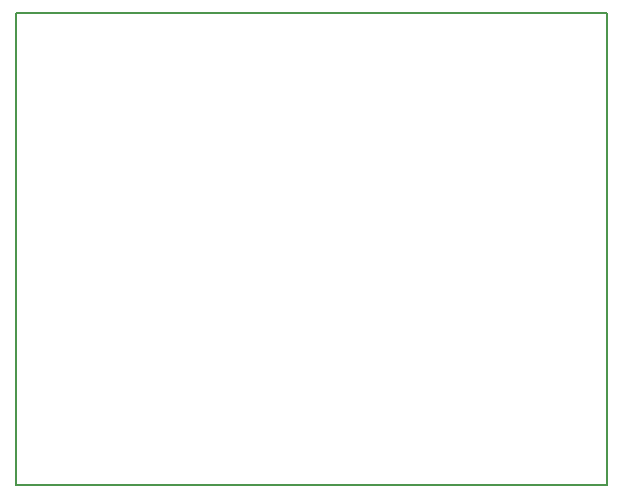
<source format=gm1>
%TF.GenerationSoftware,KiCad,Pcbnew,9.0.7*%
%TF.CreationDate,2026-02-08T08:02:24-07:00*%
%TF.ProjectId,PCB_v1,5043425f-7631-42e6-9b69-6361645f7063,rev?*%
%TF.SameCoordinates,Original*%
%TF.FileFunction,Profile,NP*%
%FSLAX46Y46*%
G04 Gerber Fmt 4.6, Leading zero omitted, Abs format (unit mm)*
G04 Created by KiCad (PCBNEW 9.0.7) date 2026-02-08 08:02:24*
%MOMM*%
%LPD*%
G01*
G04 APERTURE LIST*
%TA.AperFunction,Profile*%
%ADD10C,0.200000*%
%TD*%
G04 APERTURE END LIST*
D10*
X170000000Y-60000000D02*
X220000000Y-60000000D01*
X220000000Y-100000000D01*
X170000000Y-100000000D01*
X170000000Y-60000000D01*
M02*

</source>
